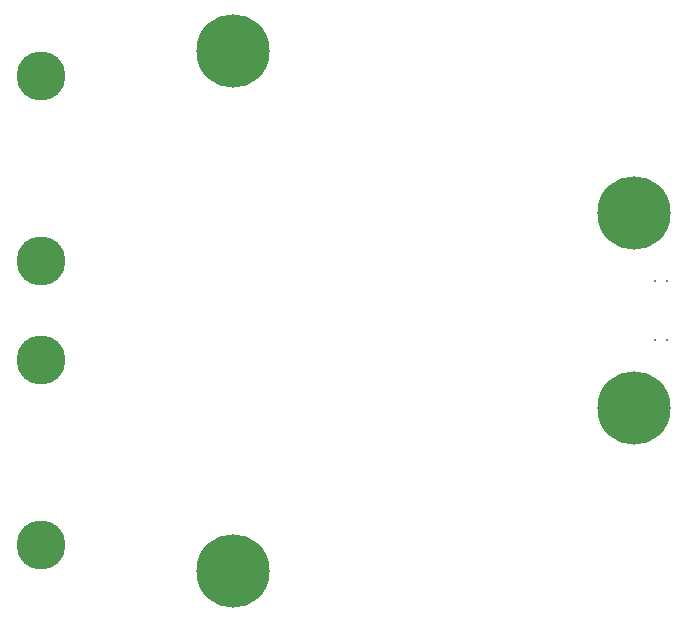
<source format=gbs>
G04*
G04 #@! TF.GenerationSoftware,Altium Limited,Altium Designer,23.9.2 (47)*
G04*
G04 Layer_Color=16711935*
%FSLAX25Y25*%
%MOIN*%
G70*
G04*
G04 #@! TF.SameCoordinates,5BF2F9AB-C423-4005-A627-090FB2B952A9*
G04*
G04*
G04 #@! TF.FilePolarity,Negative*
G04*
G01*
G75*
%ADD29C,0.16339*%
%ADD30C,0.24422*%
%ADD31C,0.00800*%
D29*
X4961Y-16417D02*
D03*
Y-78071D02*
D03*
Y16417D02*
D03*
Y78071D02*
D03*
D30*
X68898Y86614D02*
D03*
Y-86614D02*
D03*
X202756Y-32480D02*
D03*
Y32480D02*
D03*
D31*
X209646Y-9843D02*
D03*
X213583D02*
D03*
X209646Y9843D02*
D03*
X213583D02*
D03*
M02*

</source>
